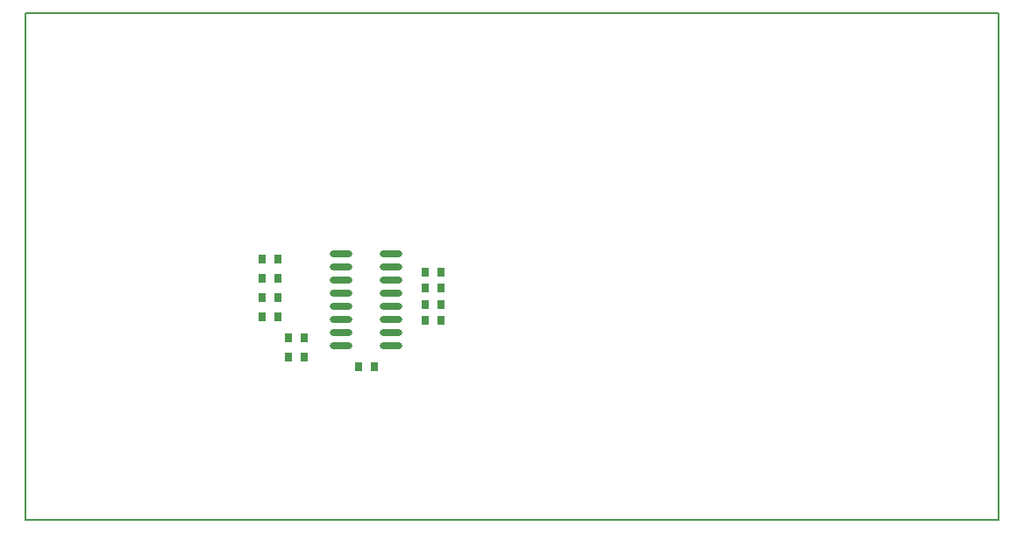
<source format=gbp>
%FSLAX25Y25*%
%MOIN*%
G70*
G01*
G75*
G04 Layer_Color=128*
%ADD10C,0.27559*%
%ADD11C,0.00800*%
%ADD12C,0.03000*%
%ADD13C,0.01000*%
%ADD14C,0.01500*%
%ADD15C,0.00500*%
%ADD16C,0.10236*%
%ADD17C,0.05906*%
%ADD18C,0.12205*%
%ADD19R,0.05906X0.05906*%
%ADD20C,0.02000*%
%ADD21C,0.03000*%
%ADD22C,0.07874*%
%ADD23R,0.02756X0.03347*%
%ADD24O,0.08661X0.02362*%
%ADD25C,0.00787*%
%ADD26C,0.28359*%
%ADD27C,0.11036*%
%ADD28C,0.06706*%
%ADD29C,0.13005*%
%ADD30R,0.06706X0.06706*%
%ADD31R,0.03556X0.04147*%
%ADD32O,0.09461X0.03162*%
D15*
X0Y-192913D02*
X370200D01*
X0Y0D02*
X370200D01*
X0Y-192913D02*
Y0D01*
X370079Y-192913D02*
Y0D01*
D23*
X100200Y-123600D02*
D03*
X106105D02*
D03*
X132700Y-134600D02*
D03*
X126795D02*
D03*
X96005Y-115600D02*
D03*
X90100D02*
D03*
X158200Y-98700D02*
D03*
X152295D02*
D03*
X158200Y-104800D02*
D03*
X152295D02*
D03*
X158200Y-110900D02*
D03*
X152295D02*
D03*
X96005Y-108333D02*
D03*
X90100D02*
D03*
X96005Y-101067D02*
D03*
X90100D02*
D03*
X96005Y-93800D02*
D03*
X90100D02*
D03*
X100200Y-131000D02*
D03*
X106105D02*
D03*
X152295Y-117000D02*
D03*
X158200D02*
D03*
D24*
X139149Y-91800D02*
D03*
Y-96800D02*
D03*
Y-101800D02*
D03*
Y-106800D02*
D03*
Y-111800D02*
D03*
Y-116800D02*
D03*
Y-121800D02*
D03*
Y-126800D02*
D03*
X120251Y-91800D02*
D03*
Y-96800D02*
D03*
Y-101800D02*
D03*
Y-106800D02*
D03*
Y-111800D02*
D03*
Y-116800D02*
D03*
Y-121800D02*
D03*
Y-126800D02*
D03*
M02*

</source>
